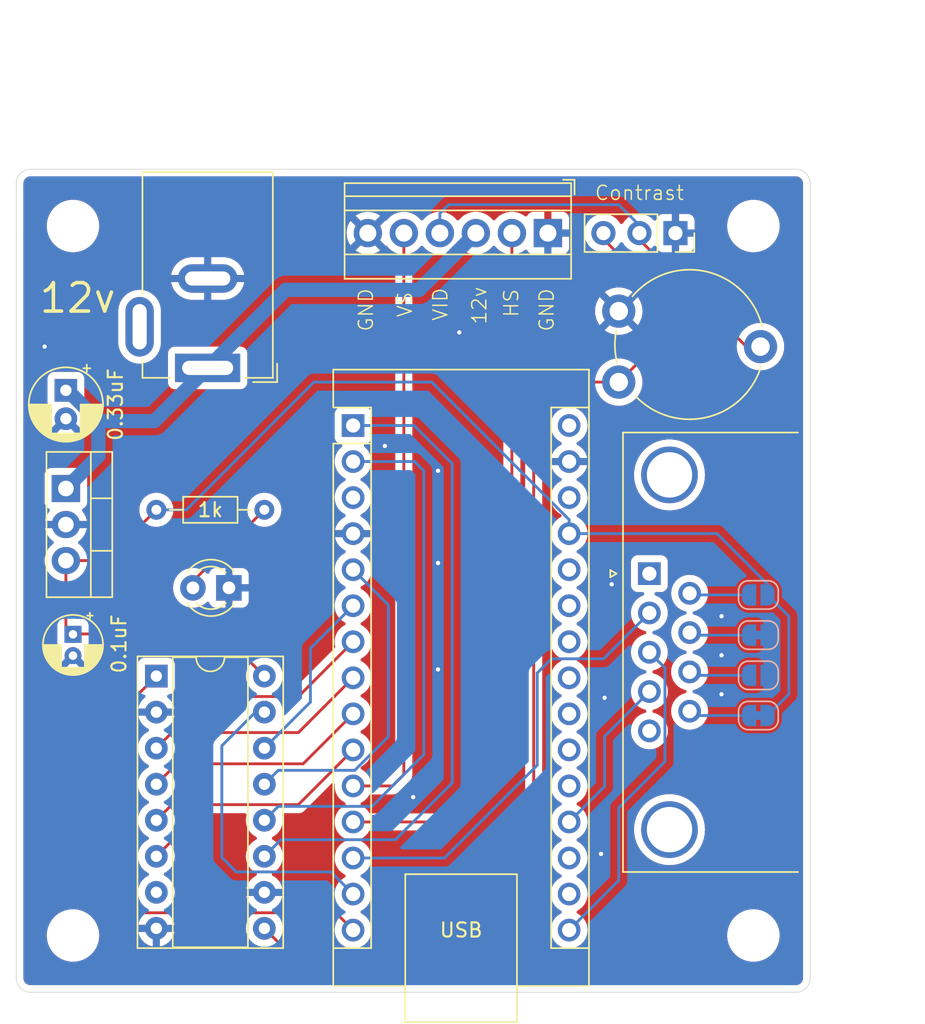
<source format=kicad_pcb>
(kicad_pcb (version 20240108) (generator "pcbnew") (generator_version "8.0")
  (layers (0 "F.Cu" signal) (31 "B.Cu" signal) (34 "B.Paste" user) (35 "F.Paste" user) (36 "B.SilkS" user "B.Silkscreen") (37 "F.SilkS" user "F.Silkscreen") (38 "B.Mask" user) (39 "F.Mask" user) (44 "Edge.Cuts" user))
  (net 0 "")
  (net 2 "+5V")
  (net 3 "DATA_2")
  (net 5 "DOT_CLOCK")
  (net 7 "DATA_5")
  (net 10 "GND")
  (net 12 "DATA_3")
  (net 13 "DATA_0")
  (net 14 "DATA_4")
  (net 15 "V_SYNC")
  (net 16 "DATA_1")
  (net 20 "H_SYNC")
  (net 23 "DATA_7")
  (net 25 "PARALLEL_LOAD")
  (net 26 "DATA_6")
  (net 27 "+12V")
  (net 28 "Net-(D1-A)")
  (net 29 "VIDEO")
  (net 31 "DOT_VIDEO")
  (net 35 "C_CK")
  (net 36 "C_DATA")
  (net 37 "C_LA")
  (net 38 "Net-(JP3-B)")
  (net 39 "Net-(JP1-B)")
  (net 40 "Net-(JP4-B)")
  (net 41 "Net-(JP2-B)")
  (footprint "Package_DIP:DIP-16_W7.62mm_Socket" (layer "F.Cu") (at 155.88 86.72)
    (property "Reference" "U1" (hide yes))
    (property "Value" "74LS165")
    (pad "1" thru_hole rect (at 0 0) (size 1.6 1.6) (drill 0.8) (layers "*.Cu" "*.Mask") (net 25 "PARALLEL_LOAD"))
    (pad "2" thru_hole oval (at 0 2.54) (size 1.6 1.6) (drill 0.8) (layers "*.Cu" "*.Mask") (net 10 "GND"))
    (pad "3" thru_hole oval (at 0 5.08) (size 1.6 1.6) (drill 0.8) (layers "*.Cu" "*.Mask") (net 12 "DATA_3"))
    (pad "4" thru_hole oval (at 0 7.62) (size 1.6 1.6) (drill 0.8) (layers "*.Cu" "*.Mask") (net 3 "DATA_2"))
    (pad "5" thru_hole oval (at 0 10.16) (size 1.6 1.6) (drill 0.8) (layers "*.Cu" "*.Mask") (net 16 "DATA_1"))
    (pad "6" thru_hole oval (at 0 12.7) (size 1.6 1.6) (drill 0.8) (layers "*.Cu" "*.Mask") (net 13 "DATA_0"))
    (pad "7" thru_hole oval (at 0 15.24) (size 1.6 1.6) (drill 0.8) (layers "*.Cu" "*.Mask"))
    (pad "8" thru_hole oval (at 0 17.78) (size 1.6 1.6) (drill 0.8) (layers "*.Cu" "*.Mask") (net 10 "GND"))
    (pad "9" thru_hole oval (at 7.62 17.78) (size 1.6 1.6) (drill 0.8) (layers "*.Cu" "*.Mask") (net 31 "DOT_VIDEO"))
    (pad "10" thru_hole oval (at 7.62 15.24) (size 1.6 1.6) (drill 0.8) (layers "*.Cu" "*.Mask") (net 10 "GND"))
    (pad "11" thru_hole oval (at 7.62 12.7) (size 1.6 1.6) (drill 0.8) (layers "*.Cu" "*.Mask") (net 23 "DATA_7"))
    (pad "12" thru_hole oval (at 7.62 10.16) (size 1.6 1.6) (drill 0.8) (layers "*.Cu" "*.Mask") (net 26 "DATA_6"))
    (pad "13" thru_hole oval (at 7.62 7.62) (size 1.6 1.6) (drill 0.8) (layers "*.Cu" "*.Mask") (net 7 "DATA_5"))
    (pad "14" thru_hole oval (at 7.62 5.08) (size 1.6 1.6) (drill 0.8) (layers "*.Cu" "*.Mask") (net 14 "DATA_4"))
    (pad "15" thru_hole oval (at 7.62 2.54) (size 1.6 1.6) (drill 0.8) (layers "*.Cu" "*.Mask") (net 5 "DOT_CLOCK"))
    (pad "16" thru_hole oval (at 7.62 0) (size 1.6 1.6) (drill 0.8) (layers "*.Cu" "*.Mask") (net 2 "+5V"))
  )
  (footprint "Module:Arduino_Nano" (layer "F.Cu") (at 169.76 69.06)
    (property "Reference" "A1" (hide yes))
    (property "Value" "Arduino_Nano_v2.x")
    (fp_text user "USB" (at 7.62 35.56 0) (layer "F.SilkS"))
    (pad "1" thru_hole rect (at 0 0) (size 1.6 1.6) (drill 1) (layers "*.Cu" "*.Mask") (net 23 "DATA_7"))
    (pad "2" thru_hole oval (at 0 2.54) (size 1.6 1.6) (drill 1) (layers "*.Cu" "*.Mask") (net 26 "DATA_6"))
    (pad "3" thru_hole oval (at 0 5.08) (size 1.6 1.6) (drill 1) (layers "*.Cu" "*.Mask"))
    (pad "4" thru_hole oval (at 0 7.62) (size 1.6 1.6) (drill 1) (layers "*.Cu" "*.Mask") (net 10 "GND"))
    (pad "5" thru_hole oval (at 0 10.16) (size 1.6 1.6) (drill 1) (layers "*.Cu" "*.Mask") (net 7 "DATA_5"))
    (pad "6" thru_hole oval (at 0 12.7) (size 1.6 1.6) (drill 1) (layers "*.Cu" "*.Mask") (net 14 "DATA_4"))
    (pad "7" thru_hole oval (at 0 15.24) (size 1.6 1.6) (drill 1) (layers "*.Cu" "*.Mask") (net 12 "DATA_3"))
    (pad "8" thru_hole oval (at 0 17.78) (size 1.6 1.6) (drill 1) (layers "*.Cu" "*.Mask") (net 3 "DATA_2"))
    (pad "9" thru_hole oval (at 0 20.32) (size 1.6 1.6) (drill 1) (layers "*.Cu" "*.Mask") (net 16 "DATA_1"))
    (pad "10" thru_hole oval (at 0 22.86) (size 1.6 1.6) (drill 1) (layers "*.Cu" "*.Mask") (net 13 "DATA_0"))
    (pad "11" thru_hole oval (at 0 25.4) (size 1.6 1.6) (drill 1) (layers "*.Cu" "*.Mask") (net 15 "V_SYNC"))
    (pad "12" thru_hole oval (at 0 27.94) (size 1.6 1.6) (drill 1) (layers "*.Cu" "*.Mask") (net 20 "H_SYNC"))
    (pad "13" thru_hole oval (at 0 30.48) (size 1.6 1.6) (drill 1) (layers "*.Cu" "*.Mask") (net 35 "C_CK"))
    (pad "14" thru_hole oval (at 0 33.02) (size 1.6 1.6) (drill 1) (layers "*.Cu" "*.Mask") (net 5 "DOT_CLOCK"))
    (pad "15" thru_hole oval (at 0 35.56) (size 1.6 1.6) (drill 1) (layers "*.Cu" "*.Mask") (net 25 "PARALLEL_LOAD"))
    (pad "16" thru_hole oval (at 15.24 35.56) (size 1.6 1.6) (drill 1) (layers "*.Cu" "*.Mask") (net 37 "C_LA"))
    (pad "17" thru_hole oval (at 15.24 33.02) (size 1.6 1.6) (drill 1) (layers "*.Cu" "*.Mask"))
    (pad "18" thru_hole oval (at 15.24 30.48) (size 1.6 1.6) (drill 1) (layers "*.Cu" "*.Mask"))
    (pad "19" thru_hole oval (at 15.24 27.94) (size 1.6 1.6) (drill 1) (layers "*.Cu" "*.Mask") (net 36 "C_DATA"))
    (pad "20" thru_hole oval (at 15.24 25.4) (size 1.6 1.6) (drill 1) (layers "*.Cu" "*.Mask"))
    (pad "21" thru_hole oval (at 15.24 22.86) (size 1.6 1.6) (drill 1) (layers "*.Cu" "*.Mask"))
    (pad "22" thru_hole oval (at 15.24 20.32) (size 1.6 1.6) (drill 1) (layers "*.Cu" "*.Mask"))
    (pad "23" thru_hole oval (at 15.24 17.78) (size 1.6 1.6) (drill 1) (layers "*.Cu" "*.Mask"))
    (pad "24" thru_hole oval (at 15.24 15.24) (size 1.6 1.6) (drill 1) (layers "*.Cu" "*.Mask"))
    (pad "25" thru_hole oval (at 15.24 12.7) (size 1.6 1.6) (drill 1) (layers "*.Cu" "*.Mask"))
    (pad "26" thru_hole oval (at 15.24 10.16) (size 1.6 1.6) (drill 1) (layers "*.Cu" "*.Mask"))
    (pad "27" thru_hole oval (at 15.24 7.62) (size 1.6 1.6) (drill 1) (layers "*.Cu" "*.Mask") (net 2 "+5V"))
    (pad "28" thru_hole oval (at 15.24 5.08) (size 1.6 1.6) (drill 1) (layers "*.Cu" "*.Mask"))
    (pad "29" thru_hole oval (at 15.24 2.54) (size 1.6 1.6) (drill 1) (layers "*.Cu" "*.Mask") (net 10 "GND"))
    (pad "30" thru_hole oval (at 15.24 0) (size 1.6 1.6) (drill 1) (layers "*.Cu" "*.Mask"))
  )
  (footprint "Connector_Dsub:DSUB-9_Female_Horizontal_P2.77x2.84mm_EdgePinOffset7.70mm_Housed_MountingHolesOffset9.12mm" (layer "F.Cu") (at 190.66 79.5 90)
    (property "Reference" "J5" (hide yes))
    (property "Value" "DE9_Plug")
    (pad "0" thru_hole circle (at -18.04 1.42 90) (size 4 4) (drill 3.2) (layers "*.Cu" "*.Mask"))
    (pad "0" thru_hole circle (at 6.96 1.42 90) (size 4 4) (drill 3.2) (layers "*.Cu" "*.Mask"))
    (pad "1" thru_hole rect (at 0 0 90) (size 1.6 1.6) (drill 1) (layers "*.Cu" "*.Mask"))
    (pad "2" thru_hole circle (at -2.77 0 90) (size 1.6 1.6) (drill 1) (layers "*.Cu" "*.Mask") (net 35 "C_CK"))
    (pad "3" thru_hole circle (at -5.54 0 90) (size 1.6 1.6) (drill 1) (layers "*.Cu" "*.Mask") (net 37 "C_LA"))
    (pad "4" thru_hole circle (at -8.31 0 90) (size 1.6 1.6) (drill 1) (layers "*.Cu" "*.Mask") (net 36 "C_DATA"))
    (pad "5" thru_hole circle (at -11.08 0 90) (size 1.6 1.6) (drill 1) (layers "*.Cu" "*.Mask"))
    (pad "6" thru_hole circle (at -1.385 2.84 90) (size 1.6 1.6) (drill 1) (layers "*.Cu" "*.Mask") (net 38 "Net-(JP3-B)"))
    (pad "7" thru_hole circle (at -4.155 2.84 90) (size 1.6 1.6) (drill 1) (layers "*.Cu" "*.Mask") (net 41 "Net-(JP2-B)"))
    (pad "8" thru_hole circle (at -6.925 2.84 90) (size 1.6 1.6) (drill 1) (layers "*.Cu" "*.Mask") (net 40 "Net-(JP4-B)"))
    (pad "9" thru_hole circle (at -9.695 2.84 90) (size 1.6 1.6) (drill 1) (layers "*.Cu" "*.Mask") (net 39 "Net-(JP1-B)"))
  )
  (footprint "Package_TO_SOT_THT:TO-220-3_Vertical" (layer "F.Cu") (at 149.5 73.5 -90)
    (property "Reference" "U2" (hide yes))
    (property "Value" "LM7805_TO220")
    (pad "1" thru_hole rect (at 0 0 270) (size 1.905 2) (drill 1.1) (layers "*.Cu" "*.Mask") (net 27 "+12V"))
    (pad "2" thru_hole oval (at 2.54 0 270) (size 1.905 2) (drill 1.1) (layers "*.Cu" "*.Mask") (net 10 "GND"))
    (pad "3" thru_hole oval (at 5.08 0 270) (size 1.905 2) (drill 1.1) (layers "*.Cu" "*.Mask") (net 2 "+5V"))
  )
  (footprint "Capacitor_THT:CP_Radial_D5.0mm_P2.00mm" (layer "F.Cu") (at 149.5 66.58 -90)
    (property "Reference" "C1" (hide yes))
    (property "Value" "0.33uF" (at 1 -3.5 90) (layer "F.SilkS"))
    (pad "1" thru_hole rect (at 0 0 270) (size 1.6 1.6) (drill 0.8) (layers "*.Cu" "*.Mask") (net 27 "+12V"))
    (pad "2" thru_hole circle (at 2 0 270) (size 1.6 1.6) (drill 0.8) (layers "*.Cu" "*.Mask") (net 10 "GND"))
  )
  (footprint "MountingHole:MountingHole_3.2mm_M3" (layer "F.Cu") (at 150 55)
    (property "Reference" "H2" (hide yes))
    (property "Value" "MountingHole")
    (pad "" np_thru_hole circle (at 0 0) (size 3.2 3.2) (drill 3.2) (layers "*.Cu" "*.Mask"))
  )
  (footprint "Connector_PinSocket_2.54mm:PinSocket_1x03_P2.54mm_Vertical" (layer "F.Cu") (at 192.5 55.5 -90)
    (property "Reference" "J1" (hide yes))
    (property "Value" "Conn_01x03_Pin" (hide yes))
    (pad "1" thru_hole rect (at 0 0 270) (size 1.7 1.7) (drill 1) (layers "*.Cu" "*.Mask") (net 10 "GND"))
    (pad "2" thru_hole oval (at 0 2.54 270) (size 1.7 1.7) (drill 1) (layers "*.Cu" "*.Mask") (net 29 "VIDEO"))
    (pad "3" thru_hole oval (at 0 5.08 270) (size 1.7 1.7) (drill 1) (layers "*.Cu" "*.Mask") (net 31 "DOT_VIDEO"))
  )
  (footprint "LED_THT:LED_D3.0mm" (layer "F.Cu") (at 161 80.5 180)
    (property "Reference" "D1" (hide yes))
    (property "Value" "LED" (hide yes))
    (pad "1" thru_hole rect (at 0 0 180) (size 1.8 1.8) (drill 0.9) (layers "*.Cu" "*.Mask") (net 10 "GND"))
    (pad "2" thru_hole circle (at 2.54 0 180) (size 1.8 1.8) (drill 0.9) (layers "*.Cu" "*.Mask") (net 28 "Net-(D1-A)"))
  )
  (footprint "MountingHole:MountingHole_3.2mm_M3" (layer "F.Cu") (at 198 55)
    (property "Reference" "H3" (hide yes))
    (property "Value" "MountingHole")
    (pad "" np_thru_hole circle (at 0 0) (size 3.2 3.2) (drill 3.2) (layers "*.Cu" "*.Mask"))
  )
  (footprint "Connector_BarrelJack:BarrelJack_GCT_DCJ200-10-A_Horizontal" (layer "F.Cu") (at 159.5 65 180)
    (property "Reference" "J3" (hide yes))
    (property "Value" "Barrel_Jack_Switch")
    (pad "1" thru_hole rect (at 0 0 180) (size 4.6 2) (drill oval 3.6 1) (layers "*.Cu" "*.Mask") (net 27 "+12V"))
    (pad "2" thru_hole oval (at 0 6.3 180) (size 4.2 2) (drill oval 3.2 1) (layers "*.Cu" "*.Mask") (net 10 "GND"))
    (pad "3" thru_hole oval (at 4.8 2.9 180) (size 2 4.2) (drill oval 1 3.2) (layers "*.Cu" "*.Mask"))
  )
  (footprint "Capacitor_THT:CP_Radial_D4.0mm_P1.50mm" (layer "F.Cu") (at 150 83.777401 -90)
    (property "Reference" "C2" (hide yes))
    (property "Value" "0.1uF" (at 0.67 -3.25 90) (layer "F.SilkS"))
    (pad "1" thru_hole rect (at 0 0 270) (size 1.2 1.2) (drill 0.6) (layers "*.Cu" "*.Mask") (net 2 "+5V"))
    (pad "2" thru_hole circle (at 1.5 0 270) (size 1.2 1.2) (drill 0.6) (layers "*.Cu" "*.Mask") (net 10 "GND"))
  )
  (footprint "MountingHole:MountingHole_3.2mm_M3" (layer "F.Cu") (at 150 105)
    (property "Reference" "H1" (hide yes))
    (property "Value" "MountingHole")
    (pad "" np_thru_hole circle (at 0 0) (size 3.2 3.2) (drill 3.2) (layers "*.Cu" "*.Mask"))
  )
  (footprint "TerminalBlock:TerminalBlock_Xinya_XY308-2.54-6P_1x06_P2.54mm_Horizontal" (layer "F.Cu") (at 183.5 55.5 180)
    (property "Reference" "J2" (hide yes))
    (property "Value" "Screw_Terminal_01x06")
    (pad "1" thru_hole rect (at 0 0 180) (size 2 2) (drill 1.2) (layers "*.Cu" "*.Mask") (net 10 "GND"))
    (pad "2" thru_hole circle (at 2.54 0 180) (size 2 2) (drill 1.2) (layers "*.Cu" "*.Mask") (net 20 "H_SYNC"))
    (pad "3" thru_hole circle (at 5.08 0 180) (size 2 2) (drill 1.2) (layers "*.Cu" "*.Mask") (net 27 "+12V"))
    (pad "4" thru_hole circle (at 7.62 0 180) (size 2 2) (drill 1.2) (layers "*.Cu" "*.Mask") (net 29 "VIDEO"))
    (pad "5" thru_hole circle (at 10.16 0 180) (size 2 2) (drill 1.2) (layers "*.Cu" "*.Mask") (net 15 "V_SYNC"))
    (pad "6" thru_hole circle (at 12.7 0 180) (size 2 2) (drill 1.2) (layers "*.Cu" "*.Mask") (net 10 "GND"))
  )
  (footprint "Resistor_THT:R_Axial_DIN0204_L3.6mm_D1.6mm_P7.62mm_Horizontal" (layer "F.Cu") (at 155.88 75)
    (property "Reference" "R1" (hide yes))
    (property "Value" "1k" (at 3.81 0 0) (layer "F.SilkS"))
    (pad "1" thru_hole circle (at 0 0) (size 1.4 1.4) (drill 0.7) (layers "*.Cu" "*.Mask") (net 2 "+5V"))
    (pad "2" thru_hole oval (at 7.62 0) (size 1.4 1.4) (drill 0.7) (layers "*.Cu" "*.Mask") (net 28 "Net-(D1-A)"))
  )
  (footprint "MountingHole:MountingHole_3.2mm_M3" (layer "F.Cu") (at 198 105)
    (property "Reference" "H4" (hide yes))
    (property "Value" "MountingHole")
    (pad "" np_thru_hole circle (at 0 0) (size 3.2 3.2) (drill 3.2) (layers "*.Cu" "*.Mask"))
  )
  (footprint "Potentiometer_THT:Potentiometer_Piher_PT-10-V10_Vertical" (layer "F.Cu") (at 188.5 66)
    (property "Reference" "RV1" (hide yes))
    (property "Value" "10k")
    (pad "1" thru_hole circle (at 0 0) (size 2.34 2.34) (drill 1.3) (layers "*.Cu" "*.Mask") (net 31 "DOT_VIDEO"))
    (pad "2" thru_hole circle (at 10 -2.5) (size 2.34 2.34) (drill 1.3) (layers "*.Cu" "*.Mask") (net 29 "VIDEO"))
    (pad "3" thru_hole circle (at 0 -5) (size 2.34 2.34) (drill 1.3) (layers "*.Cu" "*.Mask") (net 10 "GND"))
  )
  (footprint "Jumper:SolderJumper-2_P1.3mm_Bridged_RoundedPad1.0x1.5mm" (layer "B.Cu") (at 198.35 89.5 180)
    (property "Reference" "JP1" (hide yes))
    (property "Value" "Jumper_2_Bridged")
    (fp_poly (pts (xy 0.25 0.3) (xy -0.25 0.3) (xy -0.25 -0.3) (xy 0.25 -0.3)) (fill solid) (layer "B.Cu"))
    (pad "1" smd custom (at -0.65 0 180) (size 1 0.5) (layers "B.Cu" "B.Mask") (net 2 "+5V") (options (clearance outline) (anchor rect)) (primitives (gr_circle (center 0 -0.25) (end 0.5 -0.25) (width 0) (fill yes)) (gr_circle (center 0 0.25) (end 0.5 0.25) (width 0) (fill yes)) (gr_poly (pts (xy 0.5 -0.75) (xy 0 -0.75) (xy 0 0.75) (xy 0.5 0.75)) (width 0) (fill yes))))
    (pad "2" smd custom (at 0.65 0 180) (size 1 0.5) (layers "B.Cu" "B.Mask") (net 39 "Net-(JP1-B)") (options (clearance outline) (anchor rect)) (primitives (gr_circle (center 0 -0.25) (end 0.5 -0.25) (width 0) (fill yes)) (gr_circle (center 0 0.25) (end 0.5 0.25) (width 0) (fill yes)) (gr_poly (pts (xy 0 -0.75) (xy -0.5 -0.75) (xy -0.5 0.75) (xy 0 0.75)) (width 0) (fill yes))))
  )
  (footprint "Jumper:SolderJumper-2_P1.3mm_Open_RoundedPad1.0x1.5mm" (layer "B.Cu") (at 198.35 86.666666 180)
    (property "Reference" "JP4" (hide yes))
    (property "Value" "Jumper_2_Open")
    (pad "1" smd custom (at -0.65 0 180) (size 1 0.5) (layers "B.Cu" "B.Mask") (net 10 "GND") (options (clearance outline) (anchor rect)) (primitives (gr_circle (center 0 -0.25) (end 0.5 -0.25) (width 0) (fill yes)) (gr_circle (center 0 0.25) (end 0.5 0.25) (width 0) (fill yes)) (gr_poly (pts (xy 0.5 -0.75) (xy 0 -0.75) (xy 0 0.75) (xy 0.5 0.75)) (width 0) (fill yes))))
    (pad "2" smd custom (at 0.65 0 180) (size 1 0.5) (layers "B.Cu" "B.Mask") (net 40 "Net-(JP4-B)") (options (clearance outline) (anchor rect)) (primitives (gr_circle (center 0 -0.25) (end 0.5 -0.25) (width 0) (fill yes)) (gr_circle (center 0 0.25) (end 0.5 0.25) (width 0) (fill yes)) (gr_poly (pts (xy 0 -0.75) (xy -0.5 -0.75) (xy -0.5 0.75) (xy 0 0.75)) (width 0) (fill yes))))
  )
  (footprint "Jumper:SolderJumper-2_P1.3mm_Bridged_RoundedPad1.0x1.5mm" (layer "B.Cu") (at 198.35 83.833333 180)
    (property "Reference" "JP2" (hide yes))
    (property "Value" "Jumper_2_Bridged")
    (fp_poly (pts (xy 0.25 0.3) (xy -0.25 0.3) (xy -0.25 -0.3) (xy 0.25 -0.3)) (fill solid) (layer "B.Cu"))
    (pad "1" smd custom (at -0.65 0 180) (size 1 0.5) (layers "B.Cu" "B.Mask") (net 10 "GND") (options (clearance outline) (anchor rect)) (primitives (gr_circle (center 0 -0.25) (end 0.5 -0.25) (width 0) (fill yes)) (gr_circle (center 0 0.25) (end 0.5 0.25) (width 0) (fill yes)) (gr_poly (pts (xy 0.5 -0.75) (xy 0 -0.75) (xy 0 0.75) (xy 0.5 0.75)) (width 0) (fill yes))))
    (pad "2" smd custom (at 0.65 0 180) (size 1 0.5) (layers "B.Cu" "B.Mask") (net 41 "Net-(JP2-B)") (options (clearance outline) (anchor rect)) (primitives (gr_circle (center 0 -0.25) (end 0.5 -0.25) (width 0) (fill yes)) (gr_circle (center 0 0.25) (end 0.5 0.25) (width 0) (fill yes)) (gr_poly (pts (xy 0 -0.75) (xy -0.5 -0.75) (xy -0.5 0.75) (xy 0 0.75)) (width 0) (fill yes))))
  )
  (footprint "Jumper:SolderJumper-2_P1.3mm_Open_RoundedPad1.0x1.5mm" (layer "B.Cu") (at 198.35 81 180)
    (property "Reference" "JP3" (hide yes))
    (property "Value" "Jumper_2_Open")
    (pad "1" smd custom (at -0.65 0 180) (size 1 0.5) (layers "B.Cu" "B.Mask") (net 2 "+5V") (options (clearance outline) (anchor rect)) (primitives (gr_circle (center 0 -0.25) (end 0.5 -0.25) (width 0) (fill yes)) (gr_circle (center 0 0.25) (end 0.5 0.25) (width 0) (fill yes)) (gr_poly (pts (xy 0.5 -0.75) (xy 0 -0.75) (xy 0 0.75) (xy 0.5 0.75)) (width 0) (fill yes))))
    (pad "2" smd custom (at 0.65 0 180) (size 1 0.5) (layers "B.Cu" "B.Mask") (net 38 "Net-(JP3-B)") (options (clearance outline) (anchor rect)) (primitives (gr_circle (center 0 -0.25) (end 0.5 -0.25) (width 0) (fill yes)) (gr_circle (center 0 0.25) (end 0.5 0.25) (width 0) (fill yes)) (gr_poly (pts (xy 0 -0.75) (xy -0.5 -0.75) (xy -0.5 0.75) (xy 0 0.75)) (width 0) (fill yes))))
  )
  (gr_line (start 201 51) (end 147 51) (stroke (width 0.05)) (layer "Edge.Cuts"))
  (gr_line (start 146 55.5) (end 146 108) (stroke (width 0.05)) (layer "Edge.Cuts"))
  (gr_arc (start 147 109) (mid 146.292893 108.707107) (end 146 108) (stroke (width 0.05)) (layer "Edge.Cuts"))
  (gr_arc (start 146 52) (mid 146.292893 51.292893) (end 147 51) (stroke (width 0.05)) (layer "Edge.Cuts"))
  (gr_line (start 146 52) (end 146 55.5) (stroke (width 0.05)) (layer "Edge.Cuts"))
  (gr_line (start 202 65.5) (end 202 108) (stroke (width 0.05)) (layer "Edge.Cuts"))
  (gr_line (start 202 52) (end 202 55.5) (stroke (width 0.05)) (layer "Edge.Cuts"))
  (gr_line (start 202 65.5) (end 202 55.5) (stroke (width 0.05)) (layer "Edge.Cuts"))
  (gr_arc (start 202 108) (mid 201.707107 108.707107) (end 201 109) (stroke (width 0.05)) (layer "Edge.Cuts"))
  (gr_line (start 201 109) (end 147 109) (stroke (width 0.05)) (layer "Edge.Cuts"))
  (gr_arc (start 201 51) (mid 201.707107 51.292893) (end 202 52) (stroke (width 0.05)) (layer "Edge.Cuts"))
  (gr_text "VS" (at 174 61.5 90) (layer "F.SilkS") (effects (font (size 1 1) (thickness 0.1)) (justify left bottom)))
  (gr_text "12v" (at 147.5 61.25 0) (layer "F.SilkS") (effects (font (size 2 2) (thickness 0.25)) (justify left bottom)))
  (gr_text "GND" (at 184 62.5 90) (layer "F.SilkS") (effects (font (size 1 1) (thickness 0.1)) (justify left bottom)))
  (gr_text "Contrast" (at 186.75 53.25 0) (layer "F.SilkS") (effects (font (size 1 1) (thickness 0.1)) (justify left bottom)))
  (gr_text "VID" (at 176.5 61.75 90) (layer "F.SilkS") (effects (font (size 1 1) (thickness 0.1)) (justify left bottom)))
  (gr_text "GND" (at 171.25 62.5 90) (layer "F.SilkS") (effects (font (size 1 1) (thickness 0.1)) (justify left bottom)))
  (gr_text "12v" (at 179.25 62 90) (layer "F.SilkS") (effects (font (size 1 1) (thickness 0.1)) (justify left bottom)))
  (gr_text "HS" (at 181.5 61.5 90) (layer "F.SilkS") (effects (font (size 1 1) (thickness 0.1)) (justify left bottom)))
  (segment (start 163.5 86.72) (end 160.53 83.75) (width 0.2) (layer "F.Cu") (net 2))
  (segment (start 160.53 83.75) (end 149.972599 83.75) (width 0.2) (layer "F.Cu") (net 2))
  (segment (start 149.972599 83.75) (end 149.5 83.277401) (width 0.2) (layer "F.Cu") (net 2))
  (segment (start 149.5 78.58) (end 152.3 78.58) (width 0.2) (layer "F.Cu") (net 2))
  (segment (start 152.3 78.58) (end 155.88 75) (width 0.2) (layer "F.Cu") (net 2))
  (segment (start 149.5 83.277401) (end 149.5 78.58) (width 0.2) (layer "F.Cu") (net 2))
  (segment (start 167 66) (end 158 75) (width 0.2) (layer "B.Cu") (net 2))
  (segment (start 200.5 82.5) (end 200.5 88) (width 0.2) (layer "B.Cu") (net 2))
  (segment (start 199 80.245) (end 199 81) (width 0.2) (layer "B.Cu") (net 2))
  (segment (start 195.435 76.68) (end 199 80.245) (width 0.2) (layer "B.Cu") (net 2))
  (segment (start 199 81) (end 200.5 82.5) (width 0.2) (layer "B.Cu") (net 2))
  (segment (start 185 75.695635) (end 175.304365 66) (width 0.2) (layer "B.Cu") (net 2))
  (segment (start 175.304365 66) (end 167 66) (width 0.2) (layer "B.Cu") (net 2))
  (segment (start 185 76.68) (end 185 75.695635) (width 0.2) (layer "B.Cu") (net 2))
  (segment (start 158 75) (end 155.88 75) (width 0.2) (layer "B.Cu") (net 2))
  (segment (start 200.5 88) (end 199 89.5) (width 0.2) (layer "B.Cu") (net 2))
  (segment (start 185 76.68) (end 195.435 76.68) (width 0.2) (layer "B.Cu") (net 2))
  (segment (start 159.52 90.7) (end 165.9 90.7) (width 0.2) (layer "F.Cu") (net 3))
  (segment (start 165.9 90.7) (end 169.76 86.84) (width 0.2) (layer "F.Cu") (net 3))
  (segment (start 155.88 94.34) (end 159.52 90.7) (width 0.2) (layer "F.Cu") (net 3))
  (segment (start 161.52 100.52) (end 160.5 99.5) (width 0.2) (layer "B.Cu") (net 5))
  (segment (start 160.5 99.5) (end 160.5 91.63) (width 0.2) (layer "B.Cu") (net 5))
  (segment (start 162.87 89.26) (end 163.5 89.26) (width 0.2) (layer "B.Cu") (net 5))
  (segment (start 168.2 100.52) (end 161.52 100.52) (width 0.2) (layer "B.Cu") (net 5))
  (segment (start 160.5 91.63) (end 162.87 89.26) (width 0.2) (layer "B.Cu") (net 5))
  (segment (start 169.76 102.08) (end 168.2 100.52) (width 0.2) (layer "B.Cu") (net 5))
  (segment (start 172.25 81.71) (end 172.25 90.985635) (width 0.2) (layer "B.Cu") (net 7))
  (segment (start 172.25 90.985635) (end 169.875635 93.36) (width 0.2) (layer "B.Cu") (net 7))
  (segment (start 164.48 93.36) (end 163.5 94.34) (width 0.2) (layer "B.Cu") (net 7))
  (segment (start 169.76 79.22) (end 172.25 81.71) (width 0.2) (layer "B.Cu") (net 7))
  (segment (start 169.875635 93.36) (end 164.48 93.36) (width 0.2) (layer "B.Cu") (net 7))
  (via (at 177.25 62.5) (size 0.6) (drill 0.3) (layers "F.Cu" "B.Cu") (net 10))
  (via (at 175.75 72.25) (size 0.6) (drill 0.3) (layers "F.Cu" "B.Cu") (net 10))
  (via (at 175.75 78.75) (size 0.6) (drill 0.3) (layers "F.Cu" "B.Cu") (net 10))
  (via (at 195.75 85.25) (size 0.6) (drill 0.3) (layers "F.Cu" "B.Cu") (net 10))
  (via (at 175.75 86.25) (size 0.6) (drill 0.3) (layers "F.Cu" "B.Cu") (net 10))
  (via (at 174 95.25) (size 0.6) (drill 0.3) (layers "F.Cu" "B.Cu") (net 10))
  (via (at 188 80.25) (size 0.6) (drill 0.3) (layers "F.Cu" "B.Cu") (net 10))
  (via (at 195.75 88) (size 0.6) (drill 0.3) (layers "F.Cu" "B.Cu") (net 10))
  (via (at 187.25 99.25) (size 0.6) (drill 0.3) (layers "F.Cu" "B.Cu") (net 10))
  (via (at 195.75 82.5) (size 0.6) (drill 0.3) (layers "F.Cu" "B.Cu") (net 10))
  (via (at 172 70.5) (size 0.6) (drill 0.3) (layers "F.Cu" "B.Cu") (net 10))
  (via (at 148 63.5) (size 0.6) (drill 0.3) (layers "F.Cu" "B.Cu") (net 10))
  (via (at 187.5 88.25) (size 0.6) (drill 0.3) (layers "F.Cu" "B.Cu") (net 10))
  (segment (start 159.52 88.16) (end 165.9 88.16) (width 0.2) (layer "F.Cu") (net 12))
  (segment (start 155.88 91.8) (end 159.52 88.16) (width 0.2) (layer "F.Cu") (net 12))
  (segment (start 165.9 88.16) (end 169.76 84.3) (width 0.2) (layer "F.Cu") (net 12))
  (segment (start 159.52 95.78) (end 165.9 95.78) (width 0.2) (layer "F.Cu") (net 13))
  (segment (start 155.88 99.42) (end 159.52 95.78) (width 0.2) (layer "F.Cu") (net 13))
  (segment (start 165.9 95.78) (end 169.76 91.92) (width 0.2) (layer "F.Cu") (net 13))
  (segment (start 166.75 88.55) (end 163.5 91.8) (width 0.2) (layer "B.Cu") (net 14))
  (segment (start 169.76 81.76) (end 166.75 84.77) (width 0.2) (layer "B.Cu") (net 14))
  (segment (start 166.75 84.77) (end 166.75 88.55) (width 0.2) (layer "B.Cu") (net 14))
  (segment (start 173.34 93.66) (end 172.54 94.46) (width 0.2) (layer "F.Cu") (net 15))
  (segment (start 172.54 94.46) (end 169.76 94.46) (width 0.2) (layer "F.Cu") (net 15))
  (segment (start 173.34 55.5) (end 173.34 93.66) (width 0.2) (layer "F.Cu") (net 15))
  (segment (start 155.88 96.88) (end 159.86 92.9) (width 0.2) (layer "F.Cu") (net 16))
  (segment (start 166.24 92.9) (end 169.76 89.38) (width 0.2) (layer "F.Cu") (net 16))
  (segment (start 159.86 92.9) (end 166.24 92.9) (width 0.2) (layer "F.Cu") (net 16))
  (segment (start 180.96 92.04) (end 180.96 55.5) (width 0.2) (layer "F.Cu") (net 20))
  (segment (start 176 97) (end 180.96 92.04) (width 0.2) (layer "F.Cu") (net 20))
  (segment (start 169.76 97) (end 176 97) (width 0.2) (layer "F.Cu") (net 20))
  (segment (start 176.75 71.75) (end 176.75 94.25) (width 0.2) (layer "B.Cu") (net 23))
  (segment (start 176.75 94.25) (end 172.75 98.25) (width 0.2) (layer "B.Cu") (net 23))
  (segment (start 172.75 98.25) (end 164.67 98.25) (width 0.2) (layer "B.Cu") (net 23))
  (segment (start 169.76 69.06) (end 174.06 69.06) (width 0.2) (layer "B.Cu") (net 23))
  (segment (start 174.06 69.06) (end 176.75 71.75) (width 0.2) (layer "B.Cu") (net 23))
  (segment (start 164.67 98.25) (end 163.5 99.42) (width 0.2) (layer "B.Cu") (net 23))
  (segment (start 154.4 103.4) (end 153 102) (width 0.2) (layer "F.Cu") (net 25))
  (segment (start 153 102) (end 153 89.6) (width 0.2) (layer "F.Cu") (net 25))
  (segment (start 169.76 104.62) (end 168.54 103.4) (width 0.2) (layer "F.Cu") (net 25))
  (segment (start 168.54 103.4) (end 154.4 103.4) (width 0.2) (layer "F.Cu") (net 25))
  (segment (start 153 89.6) (end 155.88 86.72) (width 0.2) (layer "F.Cu") (net 25))
  (segment (start 174.75 72.25) (end 174.75 92.25) (width 0.2) (layer "B.Cu") (net 26))
  (segment (start 174.1 71.6) (end 174.75 72.25) (width 0.2) (layer "B.Cu") (net 26))
  (segment (start 164.48 95.9) (end 163.5 96.88) (width 0.2) (layer "B.Cu") (net 26))
  (segment (start 174.75 92.25) (end 171.1 95.9) (width 0.2) (layer "B.Cu") (net 26))
  (segment (start 169.76 71.6) (end 174.1 71.6) (width 0.2) (layer "B.Cu") (net 26))
  (segment (start 171.1 95.9) (end 164.48 95.9) (width 0.2) (layer "B.Cu") (net 26))
  (segment (start 155.75 68.75) (end 151.791321 68.75) (width 1) (layer "B.Cu") (net 27))
  (segment (start 174.42 59.5) (end 178.42 55.5) (width 1) (layer "B.Cu") (net 27))
  (segment (start 151.791321 68.75) (end 149.621321 66.58) (width 1) (layer "B.Cu") (net 27))
  (segment (start 159.5 65) (end 165 59.5) (width 1) (layer "B.Cu") (net 27))
  (segment (start 151.791321 71.208679) (end 149.5 73.5) (width 1) (layer "B.Cu") (net 27))
  (segment (start 149.621321 66.58) (end 149.5 66.58) (width 1) (layer "B.Cu") (net 27))
  (segment (start 165 59.5) (end 174.42 59.5) (width 1) (layer "B.Cu") (net 27))
  (segment (start 159.5 65) (end 155.75 68.75) (width 1) (layer "B.Cu") (net 27))
  (segment (start 151.791321 68.75) (end 151.791321 71.208679) (width 1) (layer "B.Cu") (net 27))
  (segment (start 158.46 80.04) (end 158.46 80.5) (width 0.2) (layer "F.Cu") (net 28))
  (segment (start 163.5 75) (end 158.46 80.04) (width 0.2) (layer "F.Cu") (net 28))
  (segment (start 197.5 63.5) (end 198.5 63.5) (width 0.2) (layer "F.Cu") (net 29))
  (segment (start 189.96 55.5) (end 189.96 55.96) (width 0.2) (layer "F.Cu") (net 29))
  (segment (start 189.96 55.96) (end 197.5 63.5) (width 0.2) (layer "F.Cu") (net 29))
  (segment (start 175.88 54.12) (end 175.88 55.5) (width 0.2) (layer "B.Cu") (net 29))
  (segment (start 176.5 53.5) (end 175.88 54.12) (width 0.2) (layer "B.Cu") (net 29))
  (segment (start 189.96 55.5) (end 189.96 54.96) (width 0.2) (layer "B.Cu") (net 29))
  (segment (start 189.96 54.96) (end 188.5 53.5) (width 0.2) (layer "B.Cu") (net 29))
  (segment (start 188.5 53.5) (end 176.5 53.5) (width 0.2) (layer "B.Cu") (net 29))
  (segment (start 182.5 96) (end 182.5 66.5) (width 0.2) (layer "F.Cu") (net 31))
  (segment (start 166 107) (end 171.5 107) (width 0.2) (layer "F.Cu") (net 31))
  (segment (start 187.42 55.92) (end 190.97 59.47) (width 0.2) (layer "F.Cu") (net 31))
  (segment (start 171.5 107) (end 182.5 96) (width 0.2) (layer "F.Cu") (net 31))
  (segment (start 183 66) (end 188.5 66) (width 0.2) (layer "F.Cu") (net 31))
  (segment (start 163.5 104.5) (end 166 107) (width 0.2) (layer "F.Cu") (net 31))
  (segment (start 190.97 59.47) (end 190.97 63.53) (width 0.2) (layer "F.Cu") (net 31))
  (segment (start 190.97 63.53) (end 188.5 66) (width 0.2) (layer "F.Cu") (net 31))
  (segment (start 187.42 55.5) (end 187.42 55.92) (width 0.2) (layer "F.Cu") (net 31))
  (segment (start 182.5 66.5) (end 183 66) (width 0.2) (layer "F.Cu") (net 31))
  (segment (start 182.75 93) (end 176.21 99.54) (width 0.2) (layer "B.Cu") (net 35))
  (segment (start 176.21 99.54) (end 169.76 99.54) (width 0.2) (layer "B.Cu") (net 35))
  (segment (start 190.66 82.27) (end 187.43 85.5) (width 0.2) (layer "B.Cu") (net 35))
  (segment (start 183.75 85.5) (end 182.75 86.5) (width 0.2) (layer "B.Cu") (net 35))
  (segment (start 187.43 85.5) (end 183.75 85.5) (width 0.2) (layer "B.Cu") (net 35))
  (segment (start 182.75 86.5) (end 182.75 93) (width 0.2) (layer "B.Cu") (net 35))
  (segment (start 190.66 87.81) (end 187.5 90.97) (width 0.2) (layer "B.Cu") (net 36))
  (segment (start 187.5 90.97) (end 187.5 94.5) (width 0.2) (layer "B.Cu") (net 36))
  (segment (start 187.5 94.5) (end 185 97) (width 0.2) (layer "B.Cu") (net 36))
  (segment (start 188.5 101.12) (end 185 104.62) (width 0.2) (layer "B.Cu") (net 37))
  (segment (start 188.5 96) (end 188.5 101.12) (width 0.2) (layer "B.Cu") (net 37))
  (segment (start 190.66 85.04) (end 191.76 86.14) (width 0.2) (layer "B.Cu") (net 37))
  (segment (start 191.76 86.14) (end 191.76 92.74) (width 0.2) (layer "B.Cu") (net 37))
  (segment (start 191.76 92.74) (end 188.5 96) (width 0.2) (layer "B.Cu") (net 37))
  (segment (start 193.615 81) (end 193.5 80.885) (width 0.2) (layer "B.Cu") (net 38))
  (segment (start 197.7 81) (end 193.615 81) (width 0.2) (layer "B.Cu") (net 38))
  (segment (start 197.7 89.5) (end 193.805 89.5) (width 0.2) (layer "B.Cu") (net 39))
  (segment (start 193.805 89.5) (end 193.5 89.195) (width 0.2) (layer "B.Cu") (net 39))
  (segment (start 193.741666 86.666666) (end 193.5 86.425) (width 0.2) (layer "B.Cu") (net 40))
  (segment (start 197.7 86.666666) (end 193.741666 86.666666) (width 0.2) (layer "B.Cu") (net 40))
  (segment (start 193.678333 83.833333) (end 193.5 83.655) (width 0.2) (layer "B.Cu") (net 41))
  (segment (start 197.7 83.833333) (end 193.678333 83.833333) (width 0.2) (layer "B.Cu") (net 41))
  (zone (net 10) (net_name "GND") (layer "F.Cu") (connect_pads (clearance 0.5)) (min_thickness 0.25) (fill yes (thermal_gap 0.5) (thermal_bridge_width 0.5))
    (polygon (pts (xy 146 51) (xy 202 51) (xy 202 109) (xy 146 109)))
  )
  (zone (net 10) (net_name "GND") (layer "B.Cu") (priority 1) (connect_pads (clearance 0.5)) (min_thickness 0.25) (fill yes (thermal_gap 0.5) (thermal_bridge_width 0.5))
    (polygon (pts (xy 146 51) (xy 146 109) (xy 202 109) (xy 202 51)))
  )
)
</source>
